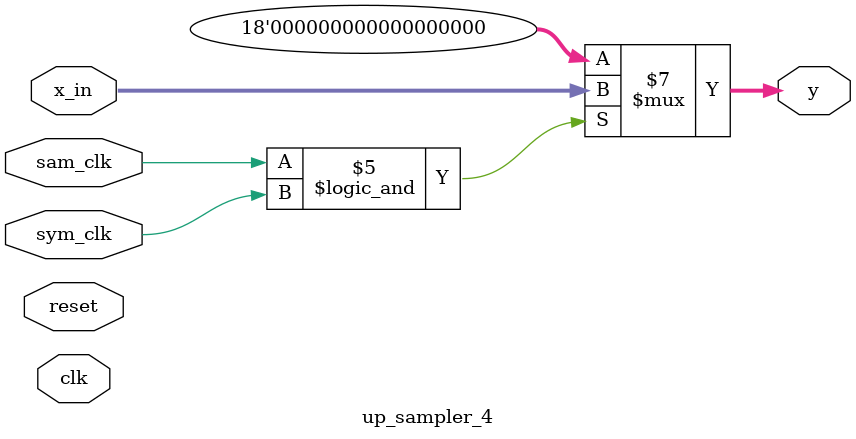
<source format=v>
module up_sampler_4(
    input clk,
	 input sam_clk,
     input sym_clk,
	input reset,
	input signed [17:0] x_in,
	output reg signed [17:0] y   
);

reg sampler;
reg [1:0] counter;



always @ *
    case(counter)
    2'b00: sampler <= 1;
    default: sampler <= 0;
    endcase

always @ (posedge clk)
begin
    if (reset)
        counter <= 0;
    else
        counter = counter + 1'b1;
end

always @ *
if(sam_clk&&sym_clk)
    y <= x_in;
else
y<=18'sd0;

endmodule
</source>
